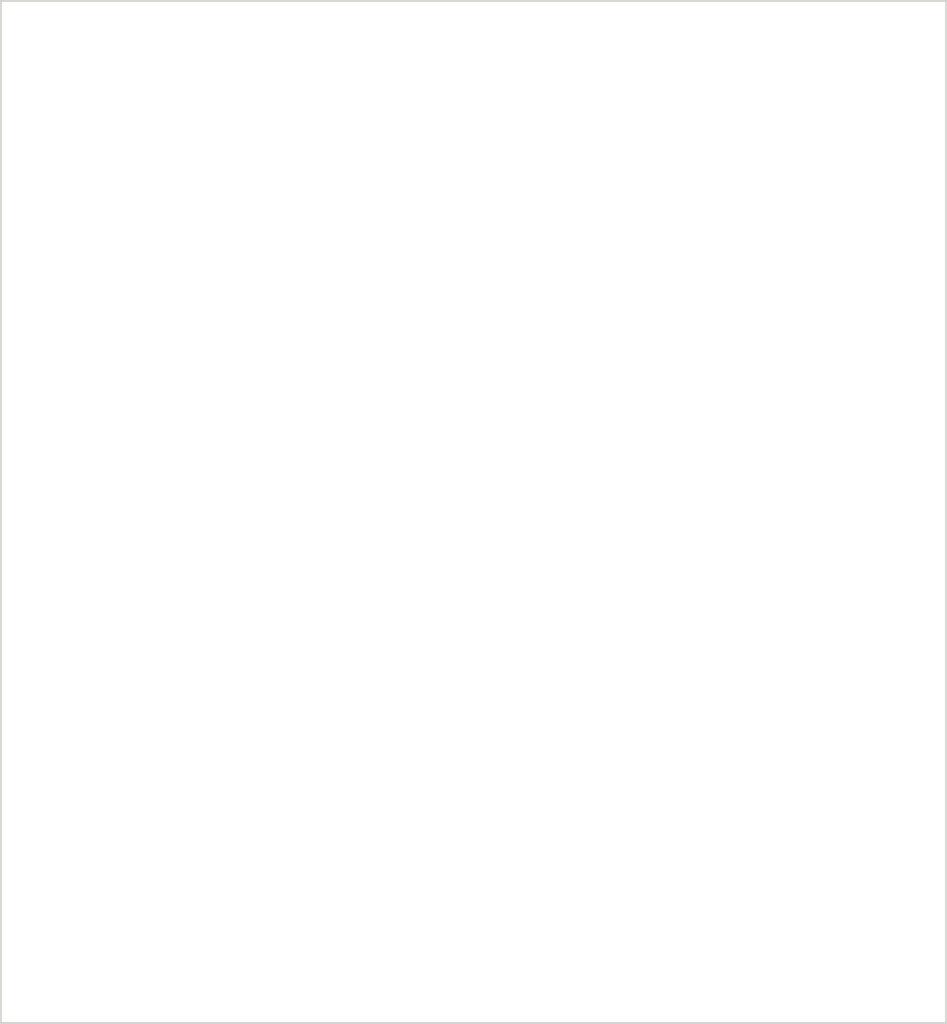
<source format=kicad_pcb>
(kicad_pcb (version 20171130) (host pcbnew "(5.0.0-3-g5ebb6b6)")

  (general
    (thickness 1.6)
    (drawings 4)
    (tracks 0)
    (zones 0)
    (modules 0)
    (nets 1)
  )

  (page A4)
  (layers
    (0 F.Cu signal)
    (31 B.Cu signal)
    (32 B.Adhes user)
    (33 F.Adhes user)
    (34 B.Paste user)
    (35 F.Paste user)
    (36 B.SilkS user)
    (37 F.SilkS user)
    (38 B.Mask user)
    (39 F.Mask user)
    (40 Dwgs.User user)
    (41 Cmts.User user)
    (42 Eco1.User user)
    (43 Eco2.User user)
    (44 Edge.Cuts user)
    (45 Margin user)
    (46 B.CrtYd user)
    (47 F.CrtYd user)
    (48 B.Fab user)
    (49 F.Fab user)
  )

  (setup
    (last_trace_width 0.25)
    (trace_clearance 0.2)
    (zone_clearance 0.508)
    (zone_45_only no)
    (trace_min 0.2)
    (segment_width 0.2)
    (edge_width 0.15)
    (via_size 0.8)
    (via_drill 0.4)
    (via_min_size 0.4)
    (via_min_drill 0.3)
    (uvia_size 0.3)
    (uvia_drill 0.1)
    (uvias_allowed no)
    (uvia_min_size 0.2)
    (uvia_min_drill 0.1)
    (pcb_text_width 0.3)
    (pcb_text_size 1.5 1.5)
    (mod_edge_width 0.15)
    (mod_text_size 1 1)
    (mod_text_width 0.15)
    (pad_size 1.524 1.524)
    (pad_drill 0.762)
    (pad_to_mask_clearance 0.2)
    (aux_axis_origin 0 0)
    (visible_elements FFFFFF7F)
    (pcbplotparams
      (layerselection 0x010fc_ffffffff)
      (usegerberextensions false)
      (usegerberattributes false)
      (usegerberadvancedattributes false)
      (creategerberjobfile false)
      (excludeedgelayer true)
      (linewidth 0.100000)
      (plotframeref false)
      (viasonmask false)
      (mode 1)
      (useauxorigin false)
      (hpglpennumber 1)
      (hpglpenspeed 20)
      (hpglpendiameter 15.000000)
      (psnegative false)
      (psa4output false)
      (plotreference true)
      (plotvalue true)
      (plotinvisibletext false)
      (padsonsilk false)
      (subtractmaskfromsilk false)
      (outputformat 1)
      (mirror false)
      (drillshape 1)
      (scaleselection 1)
      (outputdirectory ""))
  )

  (net 0 "")

  (net_class Default "This is the default net class."
    (clearance 0.2)
    (trace_width 0.25)
    (via_dia 0.8)
    (via_drill 0.4)
    (uvia_dia 0.3)
    (uvia_drill 0.1)
  )

  (gr_line (start 103 30) (end 29 30) (layer Edge.Cuts) (width 0.15))
  (gr_line (start 103 110) (end 103 30) (layer Edge.Cuts) (width 0.15))
  (gr_line (start 29 110) (end 103 110) (layer Edge.Cuts) (width 0.15))
  (gr_line (start 29 30) (end 29 110) (layer Edge.Cuts) (width 0.15))

)

</source>
